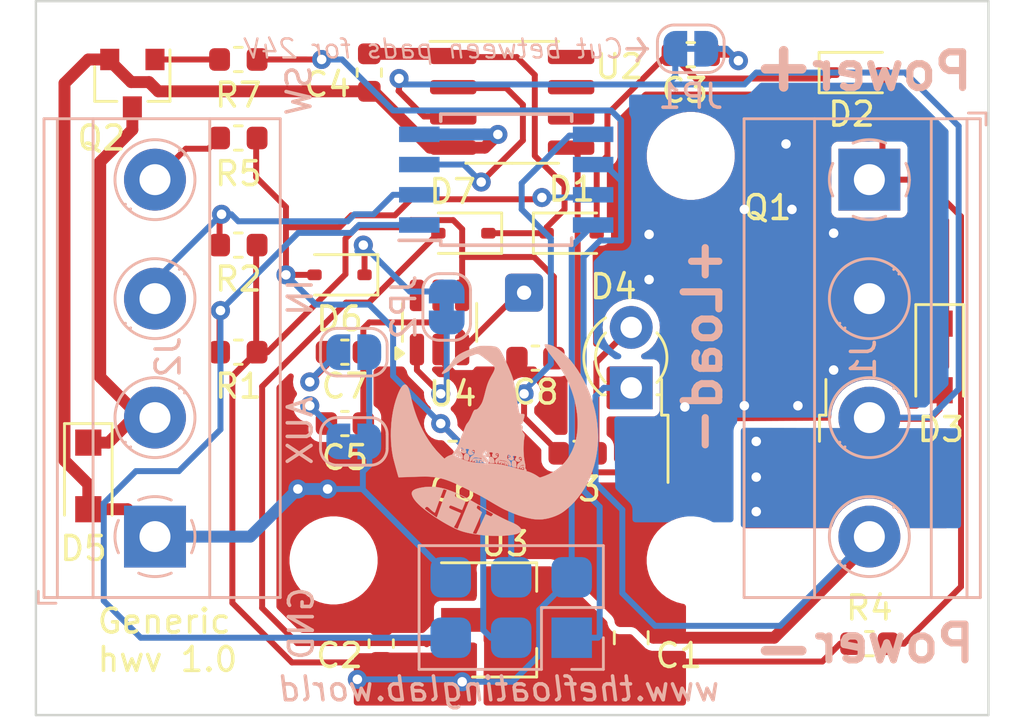
<source format=kicad_pcb>
(kicad_pcb
	(version 20240108)
	(generator "pcbnew")
	(generator_version "8.0")
	(general
		(thickness 1.6)
		(legacy_teardrops no)
	)
	(paper "A4")
	(layers
		(0 "F.Cu" signal)
		(31 "B.Cu" signal)
		(32 "B.Adhes" user "B.Adhesive")
		(33 "F.Adhes" user "F.Adhesive")
		(34 "B.Paste" user)
		(35 "F.Paste" user)
		(36 "B.SilkS" user "B.Silkscreen")
		(37 "F.SilkS" user "F.Silkscreen")
		(38 "B.Mask" user)
		(39 "F.Mask" user)
		(40 "Dwgs.User" user "User.Drawings")
		(41 "Cmts.User" user "User.Comments")
		(42 "Eco1.User" user "User.Eco1")
		(43 "Eco2.User" user "User.Eco2")
		(44 "Edge.Cuts" user)
		(45 "Margin" user)
		(46 "B.CrtYd" user "B.Courtyard")
		(47 "F.CrtYd" user "F.Courtyard")
		(48 "B.Fab" user)
		(49 "F.Fab" user)
	)
	(setup
		(pad_to_mask_clearance 0)
		(allow_soldermask_bridges_in_footprints no)
		(aux_axis_origin 91.5 105)
		(grid_origin 91.5 105)
		(pcbplotparams
			(layerselection 0x00010fc_ffffffff)
			(plot_on_all_layers_selection 0x0000000_00000000)
			(disableapertmacros no)
			(usegerberextensions yes)
			(usegerberattributes no)
			(usegerberadvancedattributes no)
			(creategerberjobfile no)
			(dashed_line_dash_ratio 12.000000)
			(dashed_line_gap_ratio 3.000000)
			(svgprecision 4)
			(plotframeref no)
			(viasonmask no)
			(mode 1)
			(useauxorigin no)
			(hpglpennumber 1)
			(hpglpenspeed 20)
			(hpglpendiameter 15.000000)
			(pdf_front_fp_property_popups yes)
			(pdf_back_fp_property_popups yes)
			(dxfpolygonmode yes)
			(dxfimperialunits yes)
			(dxfusepcbnewfont yes)
			(psnegative no)
			(psa4output no)
			(plotreference yes)
			(plotvalue yes)
			(plotfptext yes)
			(plotinvisibletext no)
			(sketchpadsonfab no)
			(subtractmaskfromsilk yes)
			(outputformat 1)
			(mirror no)
			(drillshape 0)
			(scaleselection 1)
			(outputdirectory "")
		)
	)
	(net 0 "")
	(net 1 "Net-(JP1-A)")
	(net 2 "Net-(D4-K)")
	(net 3 "Net-(D6-A)")
	(net 4 "Net-(J3-Pin_1)")
	(net 5 "Net-(J3-Pin_5)")
	(net 6 "Net-(J3-Pin_2)")
	(net 7 "Net-(J3-Pin_4)")
	(net 8 "Net-(J2-Pin_4)")
	(net 9 "Net-(J2-Pin_3)")
	(net 10 "Net-(D5-K)")
	(net 11 "Net-(D3-K)")
	(net 12 "Net-(D2-A)")
	(net 13 "Net-(D3-A)")
	(net 14 "Net-(D4-A)")
	(net 15 "Net-(Q2-G)")
	(net 16 "Net-(D7-A)")
	(net 17 "Net-(Q1-G)")
	(net 18 "Net-(JP2-B)")
	(net 19 "Net-(J4-Pin_1)")
	(net 20 "unconnected-(U4-Toggle-Pad6)")
	(net 21 "Net-(U1-XTAL2{slash}PB4)")
	(net 22 "unconnected-(U2-NC-Pad8)")
	(net 23 "unconnected-(U2-NC-Pad6)")
	(net 24 "unconnected-(U2-NC-Pad7)")
	(net 25 "Net-(D1-K)")
	(net 26 "Net-(JP4-B)")
	(net 27 "Net-(D6-K)")
	(net 28 "Net-(JP3-B)")
	(net 29 "Net-(D1-A)")
	(footprint "Capacitor_SMD:C_0805_2012Metric" (layer "F.Cu") (at 76.5 101.75 90))
	(footprint "Capacitor_SMD:C_0603_1608Metric" (layer "F.Cu") (at 66 102 90))
	(footprint "Capacitor_SMD:C_0603_1608Metric" (layer "F.Cu") (at 79 77.25))
	(footprint "Capacitor_SMD:C_0603_1608Metric" (layer "F.Cu") (at 65.5 78 -90))
	(footprint "Diode_SMD:D_SOD-323" (layer "F.Cu") (at 74 84.75))
	(footprint "Diode_SMD:D_SOD-323" (layer "F.Cu") (at 86 78))
	(footprint "Package_TO_SOT_SMD:TO-252-2" (layer "F.Cu") (at 81.225 89.925 90))
	(footprint "Resistor_SMD:R_0603_1608Metric" (layer "F.Cu") (at 60 89.75 180))
	(footprint "Resistor_SMD:R_0603_1608Metric" (layer "F.Cu") (at 60 85.25 180))
	(footprint "Resistor_SMD:R_0603_1608Metric" (layer "F.Cu") (at 74.25 94))
	(footprint "Package_SO:SOIC-8_3.9x4.9mm_P1.27mm" (layer "F.Cu") (at 71.5 79.25))
	(footprint "Package_TO_SOT_SMD:SOT-89-3" (layer "F.Cu") (at 70.75 101))
	(footprint "MountingHole:MountingHole_3.2mm_M3_DIN965" (layer "F.Cu") (at 79 98.5 180))
	(footprint "MountingHole:MountingHole_3.2mm_M3_DIN965" (layer "F.Cu") (at 79 81.5 180))
	(footprint "MountingHole:MountingHole_3.2mm_M3_DIN965" (layer "F.Cu") (at 64 98.5 180))
	(footprint "MountingHole:MountingHole_3.2mm_M3_DIN965" (layer "F.Cu") (at 64 81.5 180))
	(footprint "Capacitor_SMD:C_0603_1608Metric" (layer "F.Cu") (at 69 94 180))
	(footprint "Resistor_SMD:R_0603_1608Metric" (layer "F.Cu") (at 86.5 102 180))
	(footprint "Resistor_SMD:R_0603_1608Metric" (layer "F.Cu") (at 60 80.75))
	(footprint "LED_THT:LED_D3.0mm" (layer "F.Cu") (at 76.5 91.25 90))
	(footprint "Diode_SMD:D_SOD-123F" (layer "F.Cu") (at 89.45 89.95 -90))
	(footprint "Diode_SMD:D_SOD-123F" (layer "F.Cu") (at 53.7 94.95 -90))
	(footprint "Package_TO_SOT_SMD:SOT-23" (layer "F.Cu") (at 55.55 78.45 -90))
	(footprint "Resistor_SMD:R_0603_1608Metric" (layer "F.Cu") (at 60 77.45))
	(footprint "Capacitor_SMD:C_0603_1608Metric" (layer "F.Cu") (at 72.475 90 180))
	(footprint "Package_TO_SOT_SMD:SOT-23-6" (layer "F.Cu") (at 68.45 88.5 90))
	(footprint "Diode_SMD:D_SOD-323" (layer "F.Cu") (at 64.25 86.5 180))
	(footprint "Capacitor_SMD:C_0603_1608Metric" (layer "F.Cu") (at 64.475 92.75 180))
	(footprint "Capacitor_SMD:C_0603_1608Metric" (layer "F.Cu") (at 64.475 89.75 180))
	(footprint "Diode_SMD:D_SOD-323" (layer "F.Cu") (at 69.45 84.75 180))
	(footprint "TerminalBlock_Phoenix:TerminalBlock_Phoenix_MKDS-1,5-4_1x04_P5.00mm_Horizontal" (layer "B.Cu") (at 86.5 82.5 -90))
	(footprint "TerminalBlock_Phoenix:TerminalBlock_Phoenix_MKDS-1,5-4_1x04_P5.00mm_Horizontal" (layer "B.Cu") (at 56.5 97.5 90))
	(footprint "Package_SO:SOIJ-8_5.3x5.3mm_P1.27mm" (layer "B.Cu") (at 71.25 82.5))
	(footprint "projects:SPI_programmer" (layer "B.Cu") (at 74 101.75 90))
	(footprint "projects:SolderJumper-2_P1.3mm_Bridged_RoundedPad1.0x1.5mm" (layer "B.Cu") (at 79 77 180))
	(footprint "projects:tfl-logo09mm"
		(layer "B.Cu")
		(uuid "00000000-0000-0000-0000-000062d9b389")
		(at 70.75 93.5 180)
		(property "Reference" "G***"
			(at 0 0 0)
			(layer "B.SilkS")
			(hide yes)
			(uuid "36487603-55fa-43be-add4-3245a6fadb9d")
			(effects
				(font
					(size 1.524 1.524)
					(thickness 0.3)
				)
				(justify mirror)
			)
		)
		(property "Value" "LOGO"
			(at 0.75 0 0)
			(layer "B.SilkS")
			(hide yes)
			(uuid "74a1f3e5-0417-436e-abac-43fd02b6ca4c")
			(effects
				(font
					(size 1.524 1.524)
					(thickness 0.3)
				)
				(justify mirror)
			)
		)
		(property "Footprint" ""
			(at 0 0 180)
			(unlocked yes)
			(layer "F.Fab")
			(hide yes)
			(uuid "15a3ee32-0a15-44d4-92c4-118949651eee")
			(effects
				(font
					(size 1.27 1.27)
				)
			)
		)
		(property "Datasheet" ""
			(at 0 0 180)
			(unlocked yes)
			(layer "F.Fab")
			(hide yes)
			(uuid "36b6d898-14fa-4629-910b-2327f7ca0def")
			(effects
				(font
					(size 1.27 1.27)
				)
			)
		)
		(property "Description" ""
			(at 0 0 180)
			(unlocked yes)
			(layer "F.Fab")
			(hide yes)
			(uuid "62c5e325-4c91-4f13-b809-96e2af7ba984")
			(effects
				(font
					(size 1.27 1.27)
				)
			)
		)
		(attr through_hole)
		(fp_poly
			(pts
				(xy 1.634858 -0.564263) (xy 1.631692 -0.579127) (xy 1.615642 -0.599642) (xy 1.594886 -0.614451)
				(xy 1.574697 -0.619204) (xy 1.561042 -0.613833) (xy 1.555889 -0.59961) (xy 1.565527 -0.583518) (xy 1.581547 -0.571413)
				(xy 1.608015 -0.55894) (xy 1.626375 -0.557046) (xy 1.634858 -0.564263)
			)
			(stroke
				(width 0.01)
				(type solid)
			)
			(fill solid)
			(layer "B.SilkS")
			(uuid "4fb64168-c6a8-4110-8584-b712ecd86f1c")
		)
		(fp_poly
			(pts
				(xy 1.379867 -0.299565) (xy 1.395796 -0.313834) (xy 1.396775 -0.315048) (xy 1.413578 -0.336409)
				(xy 1.395367 -0.346517) (xy 1.372511 -0.35482) (xy 1.34995 -0.35631) (xy 1.333208 -0.351093) (xy 1.328409 -0.34522)
				(xy 1.329297 -0.328673) (xy 1.33941 -0.310472) (xy 1.354262 -0.29696) (xy 1.364857 -0.293688) (xy 1.379867 -0.299565)
			)
			(stroke
				(width 0.01)
				(type solid)
			)
			(fill solid)
			(layer "B.SilkS")
			(uuid "863c7c41-8afd-44ae-a32d-00ff2a042d47")
		)
		(fp_poly
			(pts
				(xy 0.800854 -0.801242) (xy 0.815158 -0.814709) (xy 0.822995 -0.832941) (xy 0.822698 -0.849947)
				(xy 0.816652 -0.85798) (xy 0.794063 -0.865128) (xy 0.768805 -0.863332) (xy 0.748082 -0.85356) (xy 0.742984 -0.848085)
				(xy 0.736599 -0.828674) (xy 0.742663 -0.811544) (xy 0.757756 -0.799461) (xy 0.778458 -0.795194)
				(xy 0.800854 -0.801242)
			)
			(stroke
				(width 0.01)
				(type solid)
			)
			(fill solid)
			(layer "B.SilkS")
			(uuid "76e2965c-453f-4d59-8473-2e565f33c4df")
		)
		(fp_poly
			(pts
				(xy -0.283858 -0.888218) (xy -0.277222 -0.893503) (xy -0.263722 -0.91338) (xy -0.265677 -0.933057)
				(xy -0.279579 -0.948081) (xy -0.301749 -0.959167) (xy -0.316952 -0.956939) (xy -0.322277 -0.949287)
				(xy -0.324537 -0.933947) (xy -0.324076 -0.912326) (xy -0.324012 -0.911649) (xy -0.316937 -0.889895)
				(xy -0.302748 -0.881773) (xy -0.283858 -0.888218)
			)
			(stroke
				(width 0.01)
				(type solid)
			)
			(fill solid)
			(layer "B.SilkS")
			(uuid "e7d5acd0-f6e9-4627-84fe-38e2d302a6a6")
		)
		(fp_poly
			(pts
				(xy -0.59727 -0.600327) (xy -0.584009 -0.612469) (xy -0.578779 -0.627392) (xy -0.583678 -0.640744)
				(xy -0.591993 -0.646057) (xy -0.614331 -0.650699) (xy -0.634736 -0.648788) (xy -0.64706 -0.641037)
				(xy -0.647767 -0.639589) (xy -0.647501 -0.621202) (xy -0.63666 -0.604384) (xy -0.619784 -0.595557)
				(xy -0.616464 -0.595313) (xy -0.59727 -0.600327)
			)
			(stroke
				(width 0.01)
				(type solid)
			)
			(fill solid)
			(layer "B.SilkS")
			(uuid "a99657d4-b3d6-40a3-9b7c-5cea57a40839")
		)
		(fp_poly
			(pts
				(xy -1.160612 -1.109819) (xy -1.15492 -1.134364) (xy -1.154906 -1.135928) (xy -1.156549 -1.154468)
				(xy -1.164417 -1.162569) (xy -1.179124 -1.165213) (xy -1.205134 -1.161329) (xy -1.217543 -1.151891)
				(xy -1.227293 -1.131862) (xy -1.222986 -1.112982) (xy -1.206059 -1.099855) (xy -1.200774 -1.098193)
				(xy -1.176136 -1.097565) (xy -1.160612 -1.109819)
			)
			(stroke
				(width 0.01)
				(type solid)
			)
			(fill solid)
			(layer "B.SilkS")
			(uuid "3965e031-e759-4708-a201-4ec65c8cbb93")
		)
		(fp_poly
			(pts
				(xy -0.100298 -0.526331) (xy -0.091441 -0.536418) (xy -0.087277 -0.553119) (xy -0.088974 -0.568549)
				(xy -0.093266 -0.573903) (xy -0.104765 -0.578061) (xy -0.121221 -0.582504) (xy -0.139069 -0.583843)
				(xy -0.147882 -0.575569) (xy -0.148281 -0.574585) (xy -0.148178 -0.555812) (xy -0.13723 -0.53835)
				(xy -0.120065 -0.526853) (xy -0.101307 -0.52597) (xy -0.100298 -0.526331)
			)
			(stroke
				(width 0.01)
				(type solid)
			)
			(fill solid)
			(layer "B.SilkS")
			(uuid "cdf53191-e7fc-448a-a23c-b7a9fe0debd2")
		)
		(fp_poly
			(pts
				(xy -1.10268 -0.686303) (xy -1.08419 -0.692569) (xy -1.066697 -0.701717) (xy -1.056429 -0.710894)
				(xy -1.055687 -0.713349) (xy -1.06259 -0.727163) (xy -1.07919 -0.73859) (xy -1.099325 -0.745067)
				(xy -1.116831 -0.744036) (xy -1.121833 -0.740833) (xy -1.126776 -0.727653) (xy -1.126503 -0.708892)
				(xy -1.121839 -0.692246) (xy -1.115935 -0.68577) (xy -1.10268 -0.686303)
			)
			(stroke
				(width 0.01)
				(type solid)
			)
			(fill solid)
			(layer "B.SilkS")
			(uuid "68c84814-edd8-4d97-a823-d4dc020a9b33")
		)
		(fp_poly
			(pts
				(xy 0.89653 -0.390561) (xy 0.912937 -0.398175) (xy 0.924297 -0.413145) (xy 0.92822 -0.430053) (xy 0.922319 -0.443482)
				(xy 0.920462 -0.444846) (xy 0.902353 -0.45103) (xy 0.879682 -0.452421) (xy 0.858638 -0.449402) (xy 0.845408 -0.442354)
				(xy 0.84409 -0.440127) (xy 0.845609 -0.424664) (xy 0.857514 -0.408321) (xy 0.875202 -0.395449) (xy 0.894071 -0.390398)
				(xy 0.89653 -0.390561)
			)
			(stroke
				(width 0.01)
				(type solid)
			)
			(fill solid)
			(layer "B.SilkS")
			(uuid "d7f537cb-1de3-4e5b-aad2-e97b30082e26")
		)
		(fp_poly
			(pts
				(xy 0.599929 -0.806021) (xy 0.614389 -0.818905) (xy 0.619125 -0.837811) (xy 0.612994 -0.860943)
				(xy 0.594285 -0.875206) (xy 0.562527 -0.880918) (xy 0.555058 -0.881063) (xy 0.531366 -0.880151)
				(xy 0.519639 -0.876422) (xy 0.516026 -0.86838) (xy 0.515938 -0.865893) (xy 0.522245 -0.850659) (xy 0.53809 -0.832606)
				(xy 0.558852 -0.816099) (xy 0.579776 -0.805549) (xy 0.599929 -0.806021)
			)
			(stroke
				(width 0.01)
				(type solid)
			)
			(fill solid)
			(layer "B.SilkS")
			(uuid "7c631d6e-0bf8-4291-b7a8-3d451284856b")
		)
		(fp_poly
			(pts
				(xy 0.390267 -0.461722) (xy 0.403852 -0.46718) (xy 0.408572 -0.481443) (xy 0.408781 -0.488156) (xy 0.407486 -0.503215)
				(xy 0.400658 -0.510586) (xy 0.383886 -0.513702) (xy 0.375047 -0.51441) (xy 0.353606 -0.514914) (xy 0.343727 -0.511267)
				(xy 0.341313 -0.501929) (xy 0.341313 -0.501749) (xy 0.348268 -0.482398) (xy 0.36522 -0.467356) (xy 0.3863 -0.461425)
				(xy 0.390267 -0.461722)
			)
			(stroke
				(width 0.01)
				(type solid)
			)
			(fill solid)
			(layer "B.SilkS")
			(uuid "ad9d89c2-a4da-4e43-b780-fc5c4ccdb70c")
		)
		(fp_poly
			(pts
				(xy -0.425915 -0.91251) (xy -0.421155 -0.927812) (xy -0.420687 -0.940316) (xy -0.422036 -0.956733)
				(xy -0.428725 -0.966858) (xy -0.444718 -0.974877) (xy -0.45782 -0.979535) (xy -0.481233 -0.987493)
				(xy -0.493736 -0.991004) (xy -0.499535 -0.990462) (xy -0.502839 -0.986263) (xy -0.504247 -0.983901)
				(xy -0.504015 -0.970674) (xy -0.493622 -0.952605) (xy -0.476033 -0.933785) (xy -0.45852 -0.920782)
				(xy -0.437628 -0.910549) (xy -0.425915 -0.91251)
			)
			(stroke
				(width 0.01)
				(type solid)
			)
			(fill solid)
			(layer "B.SilkS")
			(uuid "3228e1e0-249b-4f33-b871-1ed20a8deaa0")
		)
		(fp_poly
			(pts
				(xy 0.15707 -0.64574) (xy 0.191922 -0.658439) (xy 0.217219 -0.682932) (xy 0.232559 -0.718042) (xy 0.237538 -0.76259)
				(xy 0.231752 -0.815399) (xy 0.224905 -0.843793) (xy 0.216082 -0.869686) (xy 0.204702 -0.888239)
				(xy 0.188178 -0.900639) (xy 0.163923 -0.908074) (xy 0.129351 -0.911732) (xy 0.081875 -0.912802)
				(xy 0.074641 -0.912813) (xy -0.009977 -0.912813) (xy -0.006335 -0.851297) (xy 0.001806 -0.793596)
				(xy 0.018292 -0.742458) (xy 0.041836 -0.701526) (xy 0.049997 -0.691873) (xy 0.079577 -0.667577)
				(xy 0.113478 -0.651168) (xy 0.146291 -0.644976) (xy 0.15707 -0.64574)
			)
			(stroke
				(width 0.01)
				(type solid)
			)
			(fill solid)
			(layer "B.SilkS")
			(uuid "0c374d69-3ec8-4ac8-b379-069ecbdbc655")
		)
		(fp_poly
			(pts
				(xy -0.781319 -0.804308) (xy -0.758968 -0.818424) (xy -0.743774 -0.837526) (xy -0.734824 -0.86427)
				(xy -0.731205 -0.901313) (xy -0.731864 -0.948258) (xy -0.73417 -0.98379) (xy -0.737488 -1.014468)
				(xy -0.741294 -1.03608) (xy -0.743651 -1.043047) (xy -0.755583 -1.053138) (xy -0.779249 -1.064938)
				(xy -0.810516 -1.076453) (xy -0.856566 -1.089413) (xy -0.889546 -1.094624) (xy -0.910205 -1.092153)
				(xy -0.917583 -1.08614) (xy -0.921882 -1.071038) (xy -0.924988 -1.044314) (xy -0.926837 -1.010182)
				(xy -0.927367 -0.972854) (xy -0.926515 -0.936543) (xy -0.924215 -0.905463) (xy -0.920612 -0.884537)
				(xy -0.903562 -0.846053) (xy -0.878188 -0.817432) (xy -0.847107 -0.80018) (xy -0.812936 -0.795805)
				(xy -0.781319 -0.804308)
			)
			(stroke
				(width 0.01)
				(type solid)
			)
			(fill solid)
			(layer "B.SilkS")
			(uuid "d437b766-082d-43ca-8be4-71f3b2c6451c")
		)
		(fp_poly
			(pts
				(xy 1.219701 -0.516207) (xy 1.229557 -0.522115) (xy 1.248243 -0.543462) (xy 1.265187 -0.576099)
				(xy 1.278671 -0.61544) (xy 1.286976 -0.656901) (xy 1.288739 -0.679999) (xy 1.287313 -0.712364) (xy 1.279828 -0.73665)
				(xy 1.263996 -0.755334) (xy 1.237528 -0.770893) (xy 1.198133 -0.785805) (xy 1.187918 -0.789113)
				(xy 1.155883 -0.799278) (xy 1.135275 -0.80534) (xy 1.122338 -0.807839) (xy 1.113317 -0.807312) (xy 1.104455 -0.804297)
				(xy 1.098622 -0.801907) (xy 1.083867 -0.789828) (xy 1.073739 -0.772645) (xy 1.065122 -0.743305)
				(xy 1.057904 -0.708173) (xy 1.052859 -0.672609) (xy 1.05076 -0.641974) (xy 1.05211 -0.622689) (xy 1.064002 -0.589662)
				(xy 1.082559 -0.557494) (xy 1.104257 -0.531497) (xy 1.120875 -0.519034) (xy 1.153517 -0.508694)
				(xy 1.188615 -0.507813) (xy 1.219701 -0.516207)
			)
			(stroke
				(width 0.01)
				(type solid)
			)
			(fill solid)
			(layer "B.SilkS")
			(uuid "5008fdbc-78b6-4a28-99d7-0005828ebe2d")
		)
		(fp_poly
			(pts
				(xy 0.832223 -0.712054) (xy 0.868347 -0.72202) (xy 0.894303 -0.738674) (xy 0.911326 -0.76248) (xy 0.920656 -0.793901)
				(xy 0.923229 -0.819674) (xy 0.923351 -0.840874) (xy 0.919156 -0.851008) (xy 0.907568 -0.854838)
				(xy 0.899957 -0.855691) (xy 0.881994 -0.85499) (xy 0.869305 -0.846006) (xy 0.859245 -0.831067) (xy 0.839081 -0.808358)
				(xy 0.809699 -0.788158) (xy 0.777537 -0.774172) (xy 0.753074 -0.769938) (xy 0.726052 -0.775241)
				(xy 0.710002 -0.791601) (xy 0.704357 -0.819691) (xy 0.70447 -0.827865) (xy 0.702099 -0.856649) (xy 0.692931 -0.874824)
				(xy 0.678247 -0.880305) (xy 0.67297 -0.879168) (xy 0.665243 -0.870348) (xy 0.655365 -0.850809) (xy 0.646906 -0.828808)
				(xy 0.637165 -0.802509) (xy 0.628577 -0.787867) (xy 0.618265 -0.781186) (xy 0.60835 -0.77925) (xy 0.57953 -0.780863)
				(xy 0.552225 -0.793651) (xy 0.523974 -0.819105) (xy 0.504815 -0.842017) (xy 0.479461 -0.87104) (xy 0.458212 -0.886449)
				(xy 0.439018 -0.889266) (xy 0.423105 -0.882725) (xy 0.417596 -0.872358) (xy 0.419448 -0.851146)
				(xy 0.420594 -0.845758) (xy 0.432657 -0.81121) (xy 0.452689 -0.783134) (xy 0.482212 -0.760682) (xy 0.522748 -0.743006)
				(xy 0.575817 -0.729257) (xy 0.642943 -0.718588) (xy 0.650457 -0.717662) (xy 0.724516 -0.710338)
				(xy 0.784692 -0.708315) (xy 0.832223 -0.712054)
			)
			(stroke
				(width 0.01)
				(type solid)
			)
			(fill solid)
			(layer "B.SilkS")
			(uuid "f7020f42-469c-4c01-b87b-ecd115faa5ce")
		)
		(fp_poly
			(pts
				(xy -0.185574 -0.81587) (xy -0.176558 -0.839441) (xy -0.174625 -0.866276) (xy -0.176235 -0.892785)
				(xy -0.180315 -0.914622) (xy -0.182842 -0.921272) (xy -0.195861 -0.933785) (xy -0.211632 -0.935518)
				(xy -0.223911 -0.926366) (xy -0.22582 -0.922005) (xy -0.238702 -0.900589) (xy -0.259695 -0.882273)
				(xy -0.28264 -0.871956) (xy -0.289817 -0.871141) (xy -0.312212 -0.877953) (xy -0.335694 -0.895758)
				(xy -0.355983 -0.920609) (xy -0.366755 -0.942113) (xy -0.375253 -0.960919) (xy -0.381811 -0.967848)
				(xy -0.384555 -0.962024) (xy -0.38318 -0.949774) (xy -0.386675 -0.927332) (xy -0.398796 -0.908884)
				(xy -0.414305 -0.894083) (xy -0.428989 -0.890319) (xy -0.440974 -0.892371) (xy -0.458708 -0.901053)
				(xy -0.479929 -0.917147) (xy -0.500564 -0.936738) (xy -0.516541 -0.955914) (xy -0.523786 -0.97076)
				(xy -0.523875 -0.972031) (xy -0.530093 -0.982859) (xy -0.545537 -0.996145) (xy -0.550609 -0.999478)
				(xy -0.569982 -1.011014) (xy -0.58058 -1.015242) (xy -0.586966 -1.013461) (xy -0.590021 -1.010708)
				(xy -0.594849 -0.999464) (xy -0.592291 -0.980879) (xy -0.58183 -0.952628) (xy -0.572464 -0.932011)
				(xy -0.557358 -0.904224) (xy -0.540967 -0.880356) (xy -0.528785 -0.867346) (xy -0.510566 -0.857679)
				(xy -0.480016 -0.847976) (xy -0.436233 -0.83803) (xy -0.378311 -0.827631) (xy -0.313531 -0.817741)
				(xy -0.280645 -0.812904) (xy -0.249805 -0.808181) (xy -0.229584 -0.804909) (xy -0.202902 -0.804746)
				(xy -0.185574 -0.81587)
			)
			(stroke
				(width 0.01)
				(type solid)
			)
			(fill solid)
			(layer "B.SilkS")
			(uuid "efeece9f-ebc3-4c0d-9b64-150bb86fcf57")
		)
		(fp_poly
			(pts
				(xy 2.74704 -1.909565) (xy 2.821699 -1.912193) (xy 2.889304 -1.916619) (xy 2.946051 -1.922843) (xy 2.948781 -1.923238)
				(xy 3.061587 -1.941554) (xy 3.159156 -1.961366) (xy 3.242089 -1.983055) (xy 3.310984 -2.006999)
				(xy 3.36644 -2.033579) (xy 3.409058 -2.063174) (xy 3.439437 -2.096165) (xy 3.458175 -2.132931) (xy 3.465873 -2.173851)
				(xy 3.463129 -2.219306) (xy 3.45758 -2.245629) (xy 3.432689 -2.315521) (xy 3.392661 -2.390036) (xy 3.33753 -2.469129)
				(xy 3.267332 -2.552756) (xy 3.182103 -2.640872) (xy 3.081877 -2.733434) (xy 3.042878 -2.767199)
				(xy 2.934897 -2.856063) (xy 2.817759 -2.946649) (xy 2.693189 -3.037909) (xy 2.562911 -3.128791)
				(xy 2.428649 -3.218248) (xy 2.292127 -3.305228) (xy 2.15507 -3.388683) (xy 2.019201 -3.467563) (xy 1.886246 -3.540818)
				(xy 1.757928 -3.607399) (xy 1.635971 -3.666255) (xy 1.522101 -3.716339) (xy 1.41804 -3.756599) (xy 1.416844 -3.757023)
				(xy 1.294449 -3.7961) (xy 1.158452 -3.831764) (xy 1.010801 -3.863799) (xy 0.853441 -3.891989) (xy 0.688321 -3.916117)
				(xy 0.517387 -3.935969) (xy 0.342588 -3.951327) (xy 0.16587 -3.961976) (xy -0.010819 -3.9677) (xy -0.185532 -3.968282)
				(xy -0.356321 -3.963507) (xy -0.416719 -3.960421) (xy -0.509511 -3.953841) (xy -0.601286 -3.944994)
				(xy -0.689698 -3.934242) (xy -0.7724 -3.921945) (xy -0.847047 -3.908462) (xy -0.911293 -3.894155)
				(xy -0.96279 -3.879383) (xy -0.9767 -3.874425) (xy -1.037108 -3.846594) (xy -1.082177 -3.815134)
				(xy -1.111924 -3.780434) (xy -1.126367 -3.742885) (xy -1.125525 -3.702879) (xy -1.109415 -3.660805)
				(xy -1.078056 -3.617055) (xy -1.031464 -3.572019) (xy -0.969659 -3.526087) (xy -0.960437 -3.520026)
				(xy -0.917875 -3.493964) (xy -0.869728 -3.46761) (xy -0.813717 -3.439841) (xy -0.74756 -3.409535)
				(xy -0.668976 -3.375569) (xy -0.654844 -3.369614) (xy -0.566589 -3.330937) (xy -0.466686 -3.284281)
				(xy -0.356696 -3.230472) (xy -0.238181 -3.170336) (xy -0.112702 -3.104697) (xy -0.026338 -3.058298)
				(xy 0.051483 -3.058298) (xy 0.055032 -3.067144) (xy 0.06262 -3.078285) (xy 0.064167 -3.08049) (xy 0.092137 -3.11732)
				(xy 0.115295 -3.140339) (xy 0.134666 -3.150495) (xy 0.140641 -3.151188) (xy 0.154411 -3.147906)
				(xy 0.179235 -3.138908) (xy 0.211913 -3.125464) (xy 0.249243 -3.108842) (xy 0.260054 -3.103811)
				(xy 0.296672 -3.08715) (xy 0.328111 -3.073882) (xy 0.351653 -3.065075) (xy 0.36458 -3.061798) (xy 0.366079 -3.062139)
				(xy 0.370344 -3.070284) (xy 0.380561 -3.091442) (xy 0.396066 -3.124193) (xy 0.416198 -3.167118)
				(xy 0.440291 -3.218799) (xy 0.467685 -3.277816) (xy 0.497714 -3.342751) (xy 0.529716 -3.412184)
				(xy 0.531975 -3.417094) (xy 0.565211 -3.489222) (xy 0.597443 -3.558953) (xy 0.627859 -3.624551)
				(xy 0.655651 -3.684275) (xy 0.680006 -3.736386) (xy 0.700115 -3.779147) (xy 0.715166 -3.810817)
			
... [157496 chars truncated]
</source>
